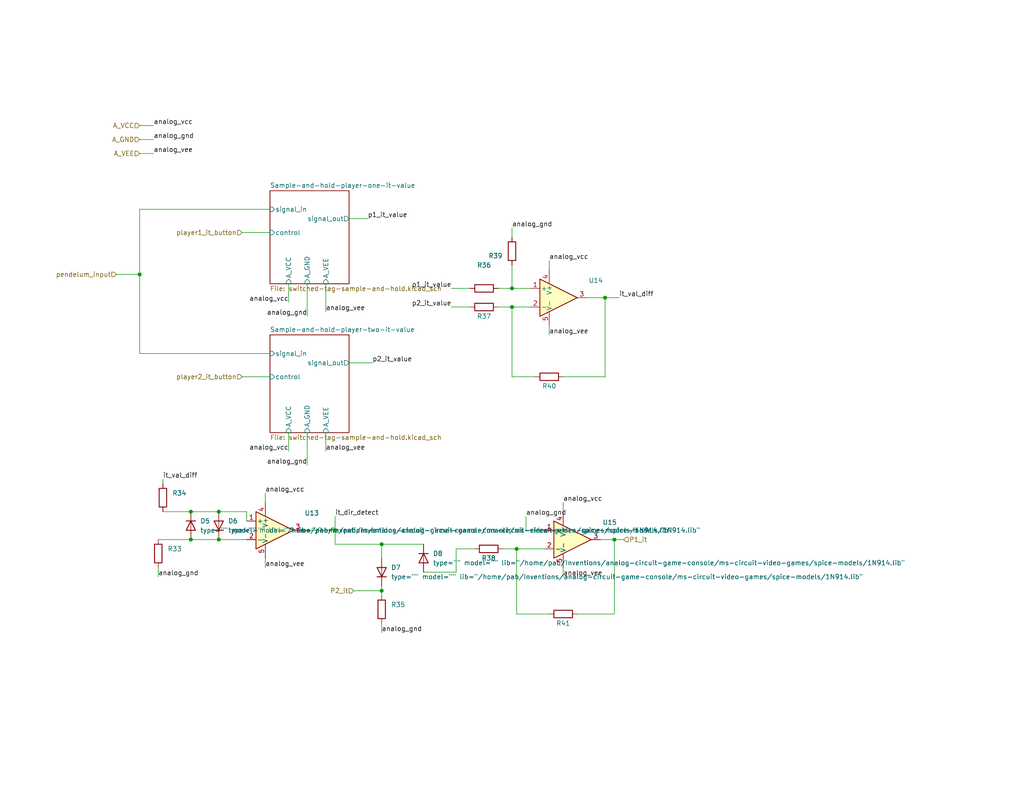
<source format=kicad_sch>
(kicad_sch (version 20211123) (generator eeschema)
  (paper "USLetter")
  (lib_symbols
    (symbol "Device:D" (pin_numbers hide) (pin_names (offset 1.016) hide)
      (property "Reference" "D" (at 0 2.54 0))
      (property "Value" "D" (at 0 -2.54 0))
      (symbol "D_0_1"
        (polyline (pts (xy -1.27 1.27) (xy -1.27 -1.27)) (stroke (width 0.254)))
        (polyline (pts (xy 1.27 0) (xy -1.27 0)))
        (polyline (pts (xy 1.27 1.27) (xy 1.27 -1.27) (xy -1.27 0) (xy 1.27 1.27)) (stroke (width 0.254)))
      )
      (symbol "D_1_1"
        (pin passive line (at -3.81 0 0) (length 2.54) (name "K") (number "1"))
        (pin passive line (at 3.81 0 180) (length 2.54) (name "A") (number "2"))
      )
    )
    (symbol "Device:R" (pin_numbers hide) (pin_names (offset 0))
      (property "Reference" "R" (at 2.032 0 90))
      (property "Value" "R" (at 0 0 90))
      (symbol "R_0_1"
        (rectangle (start -1.016 -2.54) (end 1.016 2.54) (stroke (width 0.254)))
      )
      (symbol "R_1_1"
        (pin passive line (at 0 3.81 270) (length 1.27) (name "~") (number "1"))
        (pin passive line (at 0 -3.81 90) (length 1.27) (name "~") (number "2"))
      )
    )
    (symbol "Simulation_SPICE:OPAMP" (pin_names (offset 0.254))
      (property "Reference" "U" (at 3.81 3.175 0))
      (property "Value" "OPAMP" (at 3.81 -3.175 0))
      (symbol "OPAMP_0_1"
        (polyline (pts (xy 5.08 0) (xy -5.08 5.08) (xy -5.08 -5.08) (xy 5.08 0)) (stroke (width 0.254)) (fill (type background)))
      )
      (symbol "OPAMP_1_1"
        (pin input line (at -7.62 2.54 0) (length 2.54) (name "+") (number "1"))
        (pin input line (at -7.62 -2.54 0) (length 2.54) (name "-") (number "2"))
        (pin output line (at 7.62 0 180) (length 2.54) (name "~") (number "3"))
        (pin power_in line (at -2.54 7.62 270) (length 3.81) (name "V+") (number "4"))
        (pin power_in line (at -2.54 -7.62 90) (length 3.81) (name "V-") (number "5"))
      )
    )
  )
  (junction (at 104.14 148.59))
  (junction (at 167.64 147.32))
  (junction (at 91.44 144.78))
  (junction (at 104.14 161.29))
  (junction (at 52.07 139.7))
  (junction (at 139.7 78.74))
  (junction (at 165.1 81.28))
  (junction (at 38.1 74.93))
  (junction (at 59.69 139.7))
  (junction (at 59.69 147.32))
  (junction (at 139.7 83.82))
  (junction (at 140.97 149.86))
  (junction (at 52.07 147.32))
  (wire (pts (xy 72.39 152.4) (xy 72.39 154.94)))
  (wire (pts (xy 149.86 71.12) (xy 149.86 73.66)))
  (wire (pts (xy 104.14 152.4) (xy 104.14 148.59)))
  (wire (pts (xy 149.86 167.64) (xy 140.97 167.64)))
  (wire (pts (xy 82.55 144.78) (xy 91.44 144.78)))
  (wire (pts (xy 38.1 38.1) (xy 41.91 38.1)))
  (wire (pts (xy 153.67 137.16) (xy 153.67 139.7)))
  (wire (pts (xy 135.89 78.74) (xy 139.7 78.74)))
  (wire (pts (xy 146.05 102.87) (xy 139.7 102.87)))
  (wire (pts (xy 124.46 149.86) (xy 129.54 149.86)))
  (wire (pts (xy 139.7 78.74) (xy 144.78 78.74)))
  (wire (pts (xy 149.86 88.9) (xy 149.86 91.44)))
  (wire (pts (xy 143.51 144.78) (xy 148.59 144.78)))
  (wire (pts (xy 91.44 148.59) (xy 104.14 148.59)))
  (wire (pts (xy 67.31 139.7) (xy 59.69 139.7)))
  (wire (pts (xy 165.1 102.87) (xy 165.1 81.28)))
  (wire (pts (xy 124.46 156.21) (xy 124.46 149.86)))
  (wire (pts (xy 66.04 102.87) (xy 73.66 102.87)))
  (wire (pts (xy 167.64 147.32) (xy 170.18 147.32)))
  (wire (pts (xy 140.97 167.64) (xy 140.97 149.86)))
  (wire (pts (xy 52.07 147.32) (xy 59.69 147.32)))
  (wire (pts (xy 73.66 57.15) (xy 38.1 57.15)))
  (wire (pts (xy 88.9 118.11) (xy 88.9 123.19)))
  (wire (pts (xy 52.07 139.7) (xy 59.69 139.7)))
  (wire (pts (xy 96.52 161.29) (xy 104.14 161.29)))
  (wire (pts (xy 137.16 149.86) (xy 140.97 149.86)))
  (wire (pts (xy 72.39 134.62) (xy 72.39 137.16)))
  (wire (pts (xy 139.7 102.87) (xy 139.7 83.82)))
  (wire (pts (xy 78.74 77.47) (xy 78.74 82.55)))
  (wire (pts (xy 59.69 147.32) (xy 67.31 147.32)))
  (wire (pts (xy 167.64 147.32) (xy 163.83 147.32)))
  (wire (pts (xy 123.19 83.82) (xy 128.27 83.82)))
  (wire (pts (xy 38.1 57.15) (xy 38.1 74.93)))
  (wire (pts (xy 31.75 74.93) (xy 38.1 74.93)))
  (wire (pts (xy 83.82 118.11) (xy 83.82 127)))
  (wire (pts (xy 78.74 118.11) (xy 78.74 123.19)))
  (wire (pts (xy 104.14 161.29) (xy 104.14 162.56)))
  (wire (pts (xy 91.44 140.97) (xy 91.44 144.78)))
  (wire (pts (xy 44.45 139.7) (xy 52.07 139.7)))
  (wire (pts (xy 104.14 160.02) (xy 104.14 161.29)))
  (wire (pts (xy 165.1 81.28) (xy 168.91 81.28)))
  (wire (pts (xy 43.18 147.32) (xy 52.07 147.32)))
  (wire (pts (xy 143.51 140.97) (xy 143.51 144.78)))
  (wire (pts (xy 104.14 148.59) (xy 115.57 148.59)))
  (wire (pts (xy 38.1 96.52) (xy 73.66 96.52)))
  (wire (pts (xy 123.19 78.74) (xy 128.27 78.74)))
  (wire (pts (xy 88.9 77.47) (xy 88.9 85.09)))
  (wire (pts (xy 95.25 59.69) (xy 100.33 59.69)))
  (wire (pts (xy 139.7 64.77) (xy 139.7 62.23)))
  (wire (pts (xy 66.04 63.5) (xy 73.66 63.5)))
  (wire (pts (xy 83.82 77.47) (xy 83.82 86.36)))
  (wire (pts (xy 95.25 99.06) (xy 101.6 99.06)))
  (wire (pts (xy 115.57 156.21) (xy 124.46 156.21)))
  (wire (pts (xy 67.31 142.24) (xy 67.31 139.7)))
  (wire (pts (xy 153.67 154.94) (xy 153.67 157.48)))
  (wire (pts (xy 38.1 34.29) (xy 41.91 34.29)))
  (wire (pts (xy 38.1 41.91) (xy 41.91 41.91)))
  (wire (pts (xy 167.64 167.64) (xy 167.64 147.32)))
  (wire (pts (xy 104.14 170.18) (xy 104.14 172.72)))
  (wire (pts (xy 157.48 167.64) (xy 167.64 167.64)))
  (wire (pts (xy 135.89 83.82) (xy 139.7 83.82)))
  (wire (pts (xy 140.97 149.86) (xy 148.59 149.86)))
  (wire (pts (xy 91.44 148.59) (xy 91.44 144.78)))
  (wire (pts (xy 153.67 102.87) (xy 165.1 102.87)))
  (wire (pts (xy 43.18 154.94) (xy 43.18 157.48)))
  (wire (pts (xy 139.7 72.39) (xy 139.7 78.74)))
  (wire (pts (xy 165.1 81.28) (xy 160.02 81.28)))
  (wire (pts (xy 38.1 74.93) (xy 38.1 96.52)))
  (wire (pts (xy 139.7 83.82) (xy 144.78 83.82)))
  (wire (pts (xy 44.45 132.08) (xy 44.45 130.81)))
  (label "analog_vcc" (at 78.74 123.19 180))
  (label "analog_vcc" (at 41.91 34.29 0))
  (label "it_val_diff" (at 44.45 130.81 0))
  (label "analog_vcc" (at 78.74 82.55 180))
  (label "analog_vee" (at 149.86 91.44 0))
  (label "analog_gnd" (at 43.18 157.48 0))
  (label "analog_vee" (at 153.67 157.48 0))
  (label "analog_gnd" (at 104.14 172.72 0))
  (label "analog_gnd" (at 143.51 140.97 0))
  (label "analog_gnd" (at 139.7 62.23 0))
  (label "analog_gnd" (at 41.91 38.1 0))
  (label "p1_it_value" (at 123.19 78.74 180))
  (label "p2_it_value" (at 101.6 99.06 0))
  (label "analog_vcc" (at 72.39 134.62 0))
  (label "analog_gnd" (at 83.82 127 180))
  (label "p2_it_value" (at 123.19 83.82 180))
  (label "analog_vee" (at 88.9 123.19 0))
  (label "analog_vee" (at 88.9 85.09 0))
  (label "analog_vcc" (at 149.86 71.12 0))
  (label "analog_vee" (at 72.39 154.94 0))
  (label "p1_it_value" (at 100.33 59.69 0))
  (label "it_val_diff" (at 168.91 81.28 0))
  (label "analog_vee" (at 41.91 41.91 0))
  (label "analog_gnd" (at 83.82 86.36 180))
  (label "analog_vcc" (at 153.67 137.16 0))
  (label "it_dir_detect" (at 91.44 140.97 0))
  (hierarchical_label "P2_it" (shape input) (at 96.52 161.29 180))
  (hierarchical_label "pendelum_input" (shape input) (at 31.75 74.93 180))
  (hierarchical_label "A_VEE" (shape input) (at 38.1 41.91 180))
  (hierarchical_label "A_GND" (shape input) (at 38.1 38.1 180))
  (hierarchical_label "P1_it" (shape input) (at 170.18 147.32 0))
  (hierarchical_label "A_VCC" (shape input) (at 38.1 34.29 180))
  (hierarchical_label "player2_it_button" (shape input) (at 66.04 102.87 180))
  (hierarchical_label "player1_it_button" (shape input) (at 66.04 63.5 180))
  (symbol (lib_id "Simulation_SPICE:OPAMP") (at 74.93 144.78 0) (unit 1)
    (property "Reference" "U13" (at 85.09 140.081 0))
    (property "Spice_Netlist_Enabled" "Y" (effects hide))
    (property "Spice_Primitive" "X" (effects hide))
    (property "Spice_Model" "LM358" (effects hide))
    (property "Spice_Lib_File" "/home/pab/Inventions/analog-circuit-game-console/ms-circuit-video-games/spice-models/LM358-onsemi.mod" (effects hide))
    (property "Spice_Node_Sequence" "1 2 4 5 3" (effects hide))
  )
  (symbol (lib_id "Device:R") (at 132.08 78.74 90) (unit 1)
    (property "Reference" "R36" (at 132.08 72.39 90))
  )
  (symbol (lib_id "Device:D") (at 115.57 152.4 270) (unit 1)
    (property "Reference" "D8" (at 118.11 151.1299 90) (effects (justify left)))
    (property "Spice_Lib_File" "/home/pab/Inventions/analog-circuit-game-console/ms-circuit-video-games/spice-models/1N914.lib" (effects hide))
  )
  (symbol (lib_id "Device:D") (at 104.14 156.21 90) (unit 1)
    (property "Reference" "D7" (at 106.68 154.9399 90) (effects (justify right)))
    (property "Spice_Lib_File" "/home/pab/Inventions/analog-circuit-game-console/ms-circuit-video-games/spice-models/1N914.lib" (effects hide))
  )
  (symbol (lib_id "Simulation_SPICE:OPAMP") (at 156.21 147.32 0) (unit 1)
    (property "Reference" "U15" (at 166.37 142.621 0))
    (property "Spice_Netlist_Enabled" "Y" (effects hide))
    (property "Spice_Primitive" "X" (effects hide))
    (property "Spice_Model" "LM358" (effects hide))
    (property "Spice_Lib_File" "/home/pab/Inventions/analog-circuit-game-console/ms-circuit-video-games/spice-models/LM358-onsemi.mod" (effects hide))
    (property "Spice_Node_Sequence" "1 2 4 5 3" (effects hide))
  )
  (symbol (lib_id "Device:R") (at 44.45 135.89 0) (unit 1)
    (property "Reference" "R34" (at 46.99 134.6199 0) (effects (justify left)))
  )
  (symbol (lib_id "Device:D") (at 52.07 143.51 270) (unit 1)
    (property "Reference" "D5" (at 54.61 142.2399 90) (effects (justify left)))
    (property "Datasheet" "1n914" (effects hide))
    (property "Spice_Lib_File" "/home/pab/Inventions/analog-circuit-game-console/ms-circuit-video-games/spice-models/1N914.lib" (effects hide))
  )
  (symbol (lib_id "Device:R") (at 104.14 166.37 0) (unit 1)
    (property "Reference" "R35" (at 106.68 165.0999 0) (effects (justify left)))
  )
  (symbol (lib_id "Simulation_SPICE:OPAMP") (at 152.4 81.28 0) (unit 1)
    (property "Reference" "U14" (at 162.56 76.581 0))
    (property "Spice_Netlist_Enabled" "Y" (effects hide))
    (property "Spice_Primitive" "X" (effects hide))
    (property "Spice_Model" "LM358" (effects hide))
    (property "Spice_Lib_File" "/home/pab/Inventions/analog-circuit-game-console/ms-circuit-video-games/spice-models/LM358-onsemi.mod" (effects hide))
    (property "Spice_Node_Sequence" "1 2 4 5 3" (effects hide))
  )
  (symbol (lib_id "Device:R") (at 43.18 151.13 0) (unit 1)
    (property "Reference" "R33" (at 45.72 149.8599 0) (effects (justify left)))
  )
  (symbol (lib_id "Device:R") (at 149.86 102.87 90) (unit 1)
    (property "Reference" "R40" (at 149.86 105.41 90))
  )
  (symbol (lib_id "Device:R") (at 132.08 83.82 90) (unit 1)
    (property "Reference" "R37" (at 132.08 86.36 90))
  )
  (symbol (lib_id "Device:R") (at 133.35 149.86 90) (unit 1)
    (property "Reference" "R38" (at 133.35 152.4 90))
  )
  (symbol (lib_id "Device:D") (at 59.69 143.51 90) (unit 1)
    (property "Reference" "D6" (at 62.23 142.2399 90) (effects (justify right)))
    (property "Spice_Lib_File" "/home/pab/Inventions/analog-circuit-game-console/ms-circuit-video-games/spice-models/1N914.lib" (effects hide))
  )
  (symbol (lib_id "Device:R") (at 153.67 167.64 90) (unit 1)
    (property "Reference" "R41" (at 153.67 170.18 90))
  )
  (symbol (lib_id "Device:R") (at 139.7 68.58 180) (unit 1)
    (property "Reference" "R39" (at 137.16 69.8501 0) (effects (justify left)))
  )
  (sheet (at 73.66 91.44) (size 21.59 26.67) (stroke (width 0.1524))
    (property "Sheet name" "Sample-and-hold-player-two-it-value" (at 73.66 90.7284 0) (effects (justify left bottom)))
    (property "Sheet file" "switched-tag-sample-and-hold.kicad_sch" (at 73.66 118.6946 0) (effects (justify left top)))
    (pin "signal_out" output (at 95.25 99.06 0))
    (pin "signal_in" input (at 73.66 96.52 180))
    (pin "control" input (at 73.66 102.87 180))
    (pin "A_VCC" input (at 78.74 118.11 270))
    (pin "A_GND" input (at 83.82 118.11 270))
    (pin "A_VEE" input (at 88.9 118.11 270))
  )
  (sheet (at 73.66 52.07) (size 21.59 25.4) (stroke (width 0.1524))
    (property "Sheet name" "Sample-and-hold-player-one-it-value" (at 73.66 51.3584 0) (effects (justify left bottom)))
    (property "Sheet file" "switched-tag-sample-and-hold.kicad_sch" (at 73.66 78.0546 0) (effects (justify left top)))
    (pin "signal_out" output (at 95.25 59.69 0))
    (pin "signal_in" input (at 73.66 57.15 180))
    (pin "control" input (at 73.66 63.5 180))
    (pin "A_VCC" input (at 78.74 77.47 270))
    (pin "A_GND" input (at 83.82 77.47 270))
    (pin "A_VEE" input (at 88.9 77.47 270))
  )
)
</source>
